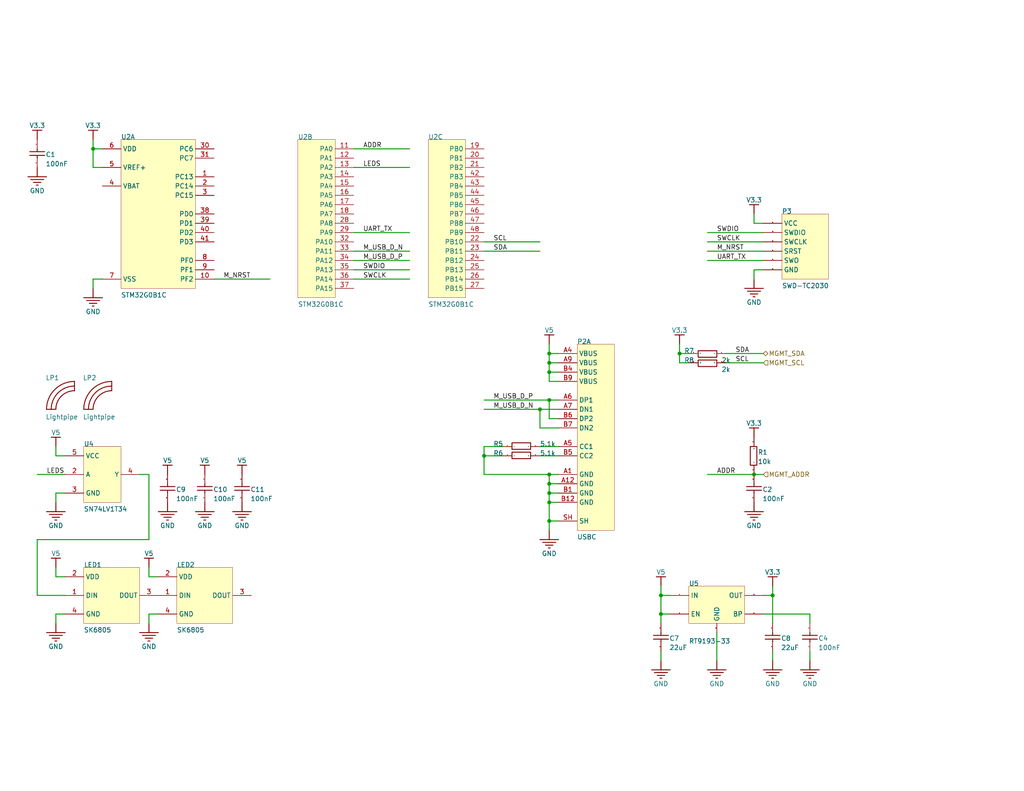
<source format=kicad_sch>
(kicad_sch (version 20231120) (generator "eeschema") (generator_version "7.99")
  (paper "A")
  (lib_symbols
    (symbol "top-altium-import:GND" (power)
      (property "Reference" "#PWR" (at 0 0 0))
      (property "Value" "GND" (at 0 6.35 0))
      (symbol "GND_0_0"
        (polyline (pts (xy -2.54 -2.54) (xy 2.54 -2.54)) (stroke (width 0.254)))
        (polyline (pts (xy -1.778 -3.302) (xy 1.778 -3.302)) (stroke (width 0.254)))
        (polyline (pts (xy -1.016 -4.064) (xy 1.016 -4.064)) (stroke (width 0.254)))
        (polyline (pts (xy -0.254 -4.826) (xy 0.254 -4.826)) (stroke (width 0.254)))
        (polyline (pts (xy 0 0) (xy 0 -2.54)) (stroke (width 0.254)))
        (pin power_in line (at 0 0 0) (length 0) hide (name "GND") (number ""))
      )
    )
    (symbol "top-altium-import:V3.3" (power)
      (property "Reference" "#PWR" (at 0 0 0))
      (property "Value" "V3.3" (at 0 3.81 0))
      (symbol "V3.3_0_0"
        (polyline (pts (xy -1.27 -2.54) (xy 1.27 -2.54)) (stroke (width 0.254)))
        (polyline (pts (xy 0 0) (xy 0 -2.54)) (stroke (width 0.254)))
        (pin power_in line (at 0 0 0) (length 0) hide (name "V3.3") (number ""))
      )
    )
    (symbol "top-altium-import:V5" (power)
      (property "Reference" "#PWR" (at 0 0 0))
      (property "Value" "V5" (at 0 3.81 0))
      (symbol "V5_0_0"
        (polyline (pts (xy -1.27 -2.54) (xy 1.27 -2.54)) (stroke (width 0.254)))
        (polyline (pts (xy 0 0) (xy 0 -2.54)) (stroke (width 0.254)))
        (pin power_in line (at 0 0 0) (length 0) hide (name "V5") (number ""))
      )
    )
    (symbol "top-altium-import:mgmt_0_Lightpipe"
      (symbol "mgmt_0_Lightpipe_1_0"
        (polyline (pts (xy -5.08 0) (xy -7.62 0)) (stroke (width 0.254)))
        (polyline (pts (xy 0 7.62) (xy 0 5.08)) (stroke (width 0.254)))
        (arc (start 0 5.08) (mid -3.5921 3.5921) (end -5.08 0) (stroke (width 0.254)))
        (arc (start 0 6.35) (mid -4.4901 4.4901) (end -6.35 0) (stroke (width 0.254)))
        (arc (start 0 7.62) (mid -5.3882 5.3882) (end -7.62 0) (stroke (width 0.254)))
      )
    )
    (symbol "top-altium-import:mgmt_0_Resistor"
      (symbol "mgmt_0_Resistor_1_0"
        (polyline (pts (xy -2.54 -0.762) (xy -2.54 1.016) (xy 2.54 1.016) (xy 2.54 -0.762) (xy -2.54 -0.762)) (stroke (width 0.254)))
        (pin passive line (at -5.08 0 0) (length 2.54) (name "1") (number "1"))
        (pin passive line (at 5.08 0 180) (length 2.54) (name "2") (number "2"))
      )
    )
    (symbol "top-altium-import:mgmt_0_SK6805"
      (symbol "mgmt_0_SK6805_1_0"
        (rectangle (start 7.62 7.62) (end -7.62 -7.62) (stroke (width 0.0254) (color 128 0 0 1)) (fill (type background)))
        (pin passive line (at -12.7 0 0) (length 5.08) (name "DIN") (number "1"))
        (pin passive line (at -12.7 5.08 0) (length 5.08) (name "VDD") (number "2"))
        (pin passive line (at 12.7 0 180) (length 5.08) (name "DOUT") (number "3"))
        (pin passive line (at -12.7 -5.08 0) (length 5.08) (name "GND") (number "4"))
      )
    )
    (symbol "top-altium-import:mgmt_0_SN74LV1T34"
      (symbol "mgmt_0_SN74LV1T34_1_0"
        (rectangle (start 5.08 7.62) (end -5.08 -7.62) (stroke (width 0.0254) (color 128 0 0 1)) (fill (type background)))
        (pin passive line (at -10.16 0 0) (length 5.08) (name "A") (number "2"))
        (pin passive line (at -10.16 -5.08 0) (length 5.08) (name "GND") (number "3"))
        (pin passive line (at 10.16 0 180) (length 5.08) (name "Y") (number "4"))
        (pin passive line (at -10.16 5.08 0) (length 5.08) (name "VCC") (number "5"))
      )
    )
    (symbol "top-altium-import:mgmt_0_STM32G0B1C"
      (symbol "mgmt_0_STM32G0B1C_1_0"
        (rectangle (start 10.16 20.32) (end -10.16 -20.32) (stroke (width 0.0254) (color 128 0 0 1)) (fill (type background)))
        (pin passive line (at 15.24 10.16 180) (length 5.08) (name "PC13") (number "1"))
        (pin passive line (at 15.24 -17.78 180) (length 5.08) (name "PF2") (number "10"))
        (pin passive line (at 15.24 7.62 180) (length 5.08) (name "PC14") (number "2"))
        (pin passive line (at 15.24 5.08 180) (length 5.08) (name "PC15") (number "3"))
        (pin passive line (at 15.24 17.78 180) (length 5.08) (name "PC6") (number "30"))
        (pin passive line (at 15.24 15.24 180) (length 5.08) (name "PC7") (number "31"))
        (pin passive line (at 15.24 0 180) (length 5.08) (name "PD0") (number "38"))
        (pin passive line (at 15.24 -2.54 180) (length 5.08) (name "PD1") (number "39"))
        (pin passive line (at -15.24 7.62 0) (length 5.08) (name "VBAT") (number "4"))
        (pin passive line (at 15.24 -5.08 180) (length 5.08) (name "PD2") (number "40"))
        (pin passive line (at 15.24 -7.62 180) (length 5.08) (name "PD3") (number "41"))
        (pin passive line (at -15.24 12.7 0) (length 5.08) (name "VREF+") (number "5"))
        (pin passive line (at -15.24 17.78 0) (length 5.08) (name "VDD") (number "6"))
        (pin passive line (at -15.24 -17.78 0) (length 5.08) (name "VSS") (number "7"))
        (pin passive line (at 15.24 -12.7 180) (length 5.08) (name "PF0") (number "8"))
        (pin passive line (at 15.24 -15.24 180) (length 5.08) (name "PF1") (number "9"))
      )
      (symbol "mgmt_0_STM32G0B1C_2_0"
        (rectangle (start 0 22.86) (end -10.16 -20.32) (stroke (width 0.0254) (color 128 0 0 1)) (fill (type background)))
        (pin passive line (at 5.08 20.32 180) (length 5.08) (name "PA0") (number "11"))
        (pin passive line (at 5.08 17.78 180) (length 5.08) (name "PA1") (number "12"))
        (pin passive line (at 5.08 15.24 180) (length 5.08) (name "PA2") (number "13"))
        (pin passive line (at 5.08 12.7 180) (length 5.08) (name "PA3") (number "14"))
        (pin passive line (at 5.08 10.16 180) (length 5.08) (name "PA4") (number "15"))
        (pin passive line (at 5.08 7.62 180) (length 5.08) (name "PA5") (number "16"))
        (pin passive line (at 5.08 5.08 180) (length 5.08) (name "PA6") (number "17"))
        (pin passive line (at 5.08 2.54 180) (length 5.08) (name "PA7") (number "18"))
        (pin passive line (at 5.08 0 180) (length 5.08) (name "PA8") (number "28"))
        (pin passive line (at 5.08 -2.54 180) (length 5.08) (name "PA9") (number "29"))
        (pin passive line (at 5.08 -5.08 180) (length 5.08) (name "PA10") (number "32"))
        (pin passive line (at 5.08 -7.62 180) (length 5.08) (name "PA11") (number "33"))
        (pin passive line (at 5.08 -10.16 180) (length 5.08) (name "PA12") (number "34"))
        (pin passive line (at 5.08 -12.7 180) (length 5.08) (name "PA13") (number "35"))
        (pin passive line (at 5.08 -15.24 180) (length 5.08) (name "PA14") (number "36"))
        (pin passive line (at 5.08 -17.78 180) (length 5.08) (name "PA15") (number "37"))
      )
      (symbol "mgmt_0_STM32G0B1C_3_0"
        (rectangle (start 0 22.86) (end -10.16 -20.32) (stroke (width 0.0254) (color 128 0 0 1)) (fill (type background)))
        (pin passive line (at 5.08 20.32 180) (length 5.08) (name "PB0") (number "19"))
        (pin passive line (at 5.08 17.78 180) (length 5.08) (name "PB1") (number "20"))
        (pin passive line (at 5.08 15.24 180) (length 5.08) (name "PB2") (number "21"))
        (pin passive line (at 5.08 -5.08 180) (length 5.08) (name "PB10") (number "22"))
        (pin passive line (at 5.08 -7.62 180) (length 5.08) (name "PB11") (number "23"))
        (pin passive line (at 5.08 -10.16 180) (length 5.08) (name "PB12") (number "24"))
        (pin passive line (at 5.08 -12.7 180) (length 5.08) (name "PB13") (number "25"))
        (pin passive line (at 5.08 -15.24 180) (length 5.08) (name "PB14") (number "26"))
        (pin passive line (at 5.08 -17.78 180) (length 5.08) (name "PB15") (number "27"))
        (pin passive line (at 5.08 12.7 180) (length 5.08) (name "PB3") (number "42"))
        (pin passive line (at 5.08 10.16 180) (length 5.08) (name "PB4") (number "43"))
        (pin passive line (at 5.08 7.62 180) (length 5.08) (name "PB5") (number "44"))
        (pin passive line (at 5.08 5.08 180) (length 5.08) (name "PB6") (number "45"))
        (pin passive line (at 5.08 2.54 180) (length 5.08) (name "PB7") (number "46"))
        (pin passive line (at 5.08 0 180) (length 5.08) (name "PB8") (number "47"))
        (pin passive line (at 5.08 -2.54 180) (length 5.08) (name "PB9") (number "48"))
      )
    )
    (symbol "top-altium-import:mgmt_0_SWD-TC2030"
      (symbol "mgmt_0_SWD-TC2030_1_0"
        (rectangle (start 7.62 7.62) (end -5.08 -10.16) (stroke (width 0.0254) (color 128 0 0 1)) (fill (type background)))
        (pin passive line (at -10.16 -7.62 0) (length 5.08) (name "GND") (number "GND"))
        (pin passive line (at -10.16 -2.54 0) (length 5.08) (name "SRST") (number "SRST"))
        (pin passive line (at -10.16 0 0) (length 5.08) (name "SWCLK") (number "SWCLK"))
        (pin passive line (at -10.16 2.54 0) (length 5.08) (name "SWDIO") (number "SWDIO"))
        (pin passive line (at -10.16 -5.08 0) (length 5.08) (name "SWO") (number "SWO"))
        (pin passive line (at -10.16 5.08 0) (length 5.08) (name "VCC") (number "VCC"))
      )
    )
    (symbol "top-altium-import:mgmt_0_USBC"
      (symbol "mgmt_0_USBC_1_0"
        (rectangle (start 10.16 25.4) (end 0 -25.4) (stroke (width 0.0254) (color 128 0 0 1)) (fill (type background)))
        (pin passive line (at -5.08 -10.16 0) (length 5.08) (name "GND") (number "A1"))
        (pin passive line (at -5.08 -12.7 0) (length 5.08) (name "GND") (number "A12"))
        (pin passive line (at -5.08 22.86 0) (length 5.08) (name "VBUS") (number "A4"))
        (pin passive line (at -5.08 -2.54 0) (length 5.08) (name "CC1") (number "A5"))
        (pin passive line (at -5.08 10.16 0) (length 5.08) (name "DP1") (number "A6"))
        (pin passive line (at -5.08 7.62 0) (length 5.08) (name "DN1") (number "A7"))
        (pin passive line (at -5.08 20.32 0) (length 5.08) (name "VBUS") (number "A9"))
        (pin passive line (at -5.08 -15.24 0) (length 5.08) (name "GND") (number "B1"))
        (pin passive line (at -5.08 -17.78 0) (length 5.08) (name "GND") (number "B12"))
        (pin passive line (at -5.08 17.78 0) (length 5.08) (name "VBUS") (number "B4"))
        (pin passive line (at -5.08 -5.08 0) (length 5.08) (name "CC2") (number "B5"))
        (pin passive line (at -5.08 5.08 0) (length 5.08) (name "DP2") (number "B6"))
        (pin passive line (at -5.08 2.54 0) (length 5.08) (name "DN2") (number "B7"))
        (pin passive line (at -5.08 15.24 0) (length 5.08) (name "VBUS") (number "B9"))
        (pin passive line (at -5.08 -22.86 0) (length 5.08) (name "SH") (number "SH"))
      )
      (symbol "mgmt_0_USBC_2_0"
        (rectangle (start 12.7 17.78) (end 0 -20.32) (stroke (width 0.0254) (color 128 0 0 1)) (fill (type background)))
        (pin passive line (at -5.08 -17.78 0) (length 5.08) (name "SSRXN2") (number "A10"))
        (pin passive line (at -5.08 -15.24 0) (length 5.08) (name "SSRXP2") (number "A11"))
        (pin passive line (at -5.08 7.62 0) (length 5.08) (name "SSTXP1") (number "A2"))
        (pin passive line (at -5.08 5.08 0) (length 5.08) (name "SSTXN1") (number "A3"))
        (pin passive line (at -5.08 15.24 0) (length 5.08) (name "SBU1") (number "A8"))
        (pin passive line (at -5.08 -2.54 0) (length 5.08) (name "SSRXN1") (number "B10"))
        (pin passive line (at -5.08 0 0) (length 5.08) (name "SSRXP1") (number "B11"))
        (pin passive line (at -5.08 -7.62 0) (length 5.08) (name "SSTXP2") (number "B2"))
        (pin passive line (at -5.08 -10.16 0) (length 5.08) (name "SSTXN2") (number "B3"))
        (pin passive line (at -5.08 12.7 0) (length 5.08) (name "SBU2") (number "B8"))
      )
    )
    (symbol "top-altium-import:mgmt_0_VREG_EN_BP"
      (symbol "mgmt_0_VREG_EN_BP_1_0"
        (rectangle (start 7.62 2.54) (end -7.62 -7.62) (stroke (width 0.0254) (color 128 0 0 1)) (fill (type background)))
        (pin passive line (at 12.7 -5.08 180) (length 5.08) (name "BP") (number "BP"))
        (pin passive line (at -12.7 -5.08 0) (length 5.08) (name "EN") (number "EN"))
        (pin passive line (at 0 -10.16 90) (length 2.54) (name "GND") (number "GND"))
        (pin passive line (at -12.7 0 0) (length 5.08) (name "IN") (number "IN"))
        (pin passive line (at 12.7 0 180) (length 5.08) (name "OUT") (number "OUT"))
      )
    )
    (symbol "top-altium-import:mgmt_1_Capacitor"
      (symbol "mgmt_1_Capacitor_1_0"
        (polyline (pts (xy -2.032 0.762) (xy 2.032 0.762)) (stroke (width 0.254)))
        (polyline (pts (xy 0 0) (xy 0 0.762)) (stroke (width 0.254)))
        (polyline (pts (xy 0 1.778) (xy 0 2.54)) (stroke (width 0.254)))
        (polyline (pts (xy 2.032 1.778) (xy -2.032 1.778)) (stroke (width 0.254)))
        (pin passive line (at 0 -2.54 90) (length 2.54) (name "1") (number "1"))
        (pin passive line (at 0 5.08 270) (length 2.54) (name "2") (number "2"))
      )
    )
    (symbol "top-altium-import:mgmt_1_Resistor"
      (symbol "mgmt_1_Resistor_1_0"
        (polyline (pts (xy 0.762 -2.54) (xy -1.016 -2.54) (xy -1.016 2.54) (xy 0.762 2.54) (xy 0.762 -2.54)) (stroke (width 0.254)))
        (pin passive line (at 0 -5.08 90) (length 2.54) (name "1") (number "1"))
        (pin passive line (at 0 5.08 270) (length 2.54) (name "2") (number "2"))
      )
    )
    (symbol "top-altium-import:mgmt_2_Resistor"
      (symbol "mgmt_2_Resistor_1_0"
        (polyline (pts (xy 2.54 0.762) (xy 2.54 -1.016) (xy -2.54 -1.016) (xy -2.54 0.762) (xy 2.54 0.762)) (stroke (width 0.254)))
        (pin passive line (at 5.08 0 180) (length 2.54) (name "1") (number "1"))
        (pin passive line (at -5.08 0 0) (length 2.54) (name "2") (number "2"))
      )
    )
  )
  (junction (at 25.4 40.64))
  (junction (at 149.86 109.22))
  (junction (at 149.86 101.6))
  (junction (at 149.86 137.16))
  (junction (at 180.34 162.56))
  (junction (at 149.86 99.06))
  (junction (at 149.86 129.54))
  (junction (at 149.86 134.62))
  (junction (at 185.42 96.52))
  (junction (at 147.32 111.76))
  (junction (at 210.82 162.56))
  (junction (at 132.08 124.46))
  (junction (at 149.86 132.08))
  (junction (at 149.86 96.52))
  (junction (at 205.74 129.54))
  (junction (at 149.86 142.24))
  (junction (at 180.34 167.64))
  (wire (pts (xy 149.86 129.54) (xy 152.4 129.54)) (stroke (width 0.254)))
  (wire (pts (xy 10.16 147.32) (xy 10.16 162.56)) (stroke (width 0.254)))
  (wire (pts (xy 25.4 76.2) (xy 27.94 76.2)) (stroke (width 0.254)))
  (wire (pts (xy 205.74 58.42) (xy 205.74 60.96)) (stroke (width 0.254)))
  (wire (pts (xy 96.52 68.58) (xy 111.76 68.58)) (stroke (width 0.254)))
  (wire (pts (xy 96.52 71.12) (xy 111.76 71.12)) (stroke (width 0.254)))
  (wire (pts (xy 149.86 114.3) (xy 149.86 109.22)) (stroke (width 0.254)))
  (wire (pts (xy 147.32 121.92) (xy 152.4 121.92)) (stroke (width 0.254)))
  (wire (pts (xy 132.08 124.46) (xy 132.08 129.54)) (stroke (width 0.254)))
  (wire (pts (xy 132.08 111.76) (xy 147.32 111.76)) (stroke (width 0.254)))
  (wire (pts (xy 152.4 114.3) (xy 149.86 114.3)) (stroke (width 0.254)))
  (wire (pts (xy 15.24 157.48) (xy 17.78 157.48)) (stroke (width 0.254)))
  (wire (pts (xy 96.52 63.5) (xy 111.76 63.5)) (stroke (width 0.254)))
  (wire (pts (xy 17.78 134.62) (xy 15.24 134.62)) (stroke (width 0.254)))
  (wire (pts (xy 180.34 162.56) (xy 180.34 167.64)) (stroke (width 0.254)))
  (wire (pts (xy 210.82 162.56) (xy 210.82 160.02)) (stroke (width 0.254)))
  (wire (pts (xy 152.4 116.84) (xy 147.32 116.84)) (stroke (width 0.254)))
  (wire (pts (xy 15.24 134.62) (xy 15.24 137.16)) (stroke (width 0.254)))
  (wire (pts (xy 132.08 109.22) (xy 149.86 109.22)) (stroke (width 0.254)))
  (wire (pts (xy 40.64 167.64) (xy 40.64 170.18)) (stroke (width 0.254)))
  (wire (pts (xy 180.34 167.64) (xy 182.88 167.64)) (stroke (width 0.254)))
  (wire (pts (xy 185.42 99.06) (xy 185.42 96.52)) (stroke (width 0.254)))
  (wire (pts (xy 149.86 132.08) (xy 149.86 129.54)) (stroke (width 0.254)))
  (wire (pts (xy 149.86 137.16) (xy 149.86 134.62)) (stroke (width 0.254)))
  (wire (pts (xy 137.16 121.92) (xy 132.08 121.92)) (stroke (width 0.254)))
  (wire (pts (xy 40.64 147.32) (xy 10.16 147.32)) (stroke (width 0.254)))
  (wire (pts (xy 149.86 99.06) (xy 152.4 99.06)) (stroke (width 0.254)))
  (wire (pts (xy 220.98 177.8) (xy 220.98 180.34)) (stroke (width 0.254)))
  (wire (pts (xy 208.28 129.54) (xy 205.74 129.54)) (stroke (width 0.254)))
  (wire (pts (xy 152.4 124.46) (xy 147.32 124.46)) (stroke (width 0.254)))
  (wire (pts (xy 147.32 111.76) (xy 152.4 111.76)) (stroke (width 0.254)))
  (wire (pts (xy 208.28 96.52) (xy 198.12 96.52)) (stroke (width 0.254)))
  (wire (pts (xy 25.4 78.74) (xy 25.4 76.2)) (stroke (width 0.254)))
  (wire (pts (xy 149.86 104.14) (xy 152.4 104.14)) (stroke (width 0.254)))
  (wire (pts (xy 96.52 73.66) (xy 111.76 73.66)) (stroke (width 0.254)))
  (wire (pts (xy 208.28 73.66) (xy 205.74 73.66)) (stroke (width 0.254)))
  (wire (pts (xy 187.96 96.52) (xy 185.42 96.52)) (stroke (width 0.254)))
  (wire (pts (xy 147.32 68.58) (xy 132.08 68.58)) (stroke (width 0.254)))
  (wire (pts (xy 149.86 134.62) (xy 152.4 134.62)) (stroke (width 0.254)))
  (wire (pts (xy 38.1 129.54) (xy 40.64 129.54)) (stroke (width 0.254)))
  (wire (pts (xy 180.34 160.02) (xy 180.34 162.56)) (stroke (width 0.254)))
  (wire (pts (xy 205.74 129.54) (xy 193.04 129.54)) (stroke (width 0.254)))
  (wire (pts (xy 149.86 99.06) (xy 149.86 101.6)) (stroke (width 0.254)))
  (wire (pts (xy 149.86 109.22) (xy 152.4 109.22)) (stroke (width 0.254)))
  (wire (pts (xy 210.82 180.34) (xy 210.82 177.8)) (stroke (width 0.254)))
  (wire (pts (xy 17.78 129.54) (xy 10.16 129.54)) (stroke (width 0.254)))
  (wire (pts (xy 40.64 157.48) (xy 43.18 157.48)) (stroke (width 0.254)))
  (wire (pts (xy 193.04 68.58) (xy 208.28 68.58)) (stroke (width 0.254)))
  (wire (pts (xy 25.4 45.72) (xy 25.4 40.64)) (stroke (width 0.254)))
  (wire (pts (xy 205.74 60.96) (xy 208.28 60.96)) (stroke (width 0.254)))
  (wire (pts (xy 220.98 167.64) (xy 208.28 167.64)) (stroke (width 0.254)))
  (wire (pts (xy 210.82 162.56) (xy 208.28 162.56)) (stroke (width 0.254)))
  (wire (pts (xy 27.94 45.72) (xy 25.4 45.72)) (stroke (width 0.254)))
  (wire (pts (xy 147.32 66.04) (xy 132.08 66.04)) (stroke (width 0.254)))
  (wire (pts (xy 149.86 142.24) (xy 149.86 137.16)) (stroke (width 0.254)))
  (wire (pts (xy 149.86 101.6) (xy 149.86 104.14)) (stroke (width 0.254)))
  (wire (pts (xy 205.74 73.66) (xy 205.74 76.2)) (stroke (width 0.254)))
  (wire (pts (xy 25.4 40.64) (xy 27.94 40.64)) (stroke (width 0.254)))
  (wire (pts (xy 149.86 96.52) (xy 149.86 99.06)) (stroke (width 0.254)))
  (wire (pts (xy 208.28 66.04) (xy 193.04 66.04)) (stroke (width 0.254)))
  (wire (pts (xy 220.98 170.18) (xy 220.98 167.64)) (stroke (width 0.254)))
  (wire (pts (xy 40.64 154.94) (xy 40.64 157.48)) (stroke (width 0.254)))
  (wire (pts (xy 17.78 167.64) (xy 15.24 167.64)) (stroke (width 0.254)))
  (wire (pts (xy 193.04 71.12) (xy 208.28 71.12)) (stroke (width 0.254)))
  (wire (pts (xy 193.04 63.5) (xy 208.28 63.5)) (stroke (width 0.254)))
  (wire (pts (xy 137.16 124.46) (xy 132.08 124.46)) (stroke (width 0.254)))
  (wire (pts (xy 185.42 96.52) (xy 185.42 93.98)) (stroke (width 0.254)))
  (wire (pts (xy 182.88 162.56) (xy 180.34 162.56)) (stroke (width 0.254)))
  (wire (pts (xy 187.96 99.06) (xy 185.42 99.06)) (stroke (width 0.254)))
  (wire (pts (xy 152.4 137.16) (xy 149.86 137.16)) (stroke (width 0.254)))
  (wire (pts (xy 152.4 96.52) (xy 149.86 96.52)) (stroke (width 0.254)))
  (wire (pts (xy 15.24 167.64) (xy 15.24 170.18)) (stroke (width 0.254)))
  (wire (pts (xy 15.24 124.46) (xy 17.78 124.46)) (stroke (width 0.254)))
  (wire (pts (xy 149.86 93.98) (xy 149.86 96.52)) (stroke (width 0.254)))
  (wire (pts (xy 152.4 101.6) (xy 149.86 101.6)) (stroke (width 0.254)))
  (wire (pts (xy 25.4 38.1) (xy 25.4 40.64)) (stroke (width 0.254)))
  (wire (pts (xy 198.12 99.06) (xy 208.28 99.06)) (stroke (width 0.254)))
  (wire (pts (xy 15.24 121.92) (xy 15.24 124.46)) (stroke (width 0.254)))
  (wire (pts (xy 58.42 76.2) (xy 73.66 76.2)) (stroke (width 0.254)))
  (wire (pts (xy 210.82 170.18) (xy 210.82 162.56)) (stroke (width 0.254)))
  (wire (pts (xy 132.08 121.92) (xy 132.08 124.46)) (stroke (width 0.254)))
  (wire (pts (xy 152.4 132.08) (xy 149.86 132.08)) (stroke (width 0.254)))
  (wire (pts (xy 149.86 134.62) (xy 149.86 132.08)) (stroke (width 0.254)))
  (wire (pts (xy 111.76 40.64) (xy 96.52 40.64)) (stroke (width 0.254)))
  (wire (pts (xy 10.16 162.56) (xy 17.78 162.56)) (stroke (width 0.254)))
  (wire (pts (xy 111.76 45.72) (xy 96.52 45.72)) (stroke (width 0.254)))
  (wire (pts (xy 43.18 167.64) (xy 40.64 167.64)) (stroke (width 0.254)))
  (wire (pts (xy 132.08 129.54) (xy 149.86 129.54)) (stroke (width 0.254)))
  (wire (pts (xy 180.34 180.34) (xy 180.34 177.8)) (stroke (width 0.254)))
  (wire (pts (xy 15.24 154.94) (xy 15.24 157.48)) (stroke (width 0.254)))
  (wire (pts (xy 147.32 116.84) (xy 147.32 111.76)) (stroke (width 0.254)))
  (wire (pts (xy 195.58 172.72) (xy 195.58 180.34)) (stroke (width 0.254)))
  (wire (pts (xy 40.64 129.54) (xy 40.64 147.32)) (stroke (width 0.254)))
  (wire (pts (xy 111.76 76.2) (xy 96.52 76.2)) (stroke (width 0.254)))
  (wire (pts (xy 180.34 170.18) (xy 180.34 167.64)) (stroke (width 0.254)))
  (wire (pts (xy 149.86 144.78) (xy 149.86 142.24)) (stroke (width 0.254)))
  (wire (pts (xy 149.86 142.24) (xy 152.4 142.24)) (stroke (width 0.254)))
  (label "SCL" (at 134.62 66.04 0))
  (label "LEDS" (at 12.7 129.54 0))
  (label "M_USB_D_P" (at 134.62 109.22 0))
  (label "M_NRST" (at 195.58 68.58 0))
  (label "M_USB_D_N" (at 99.06 68.58 0))
  (label "UART_TX" (at 99.06 63.5 0))
  (label "ADDR" (at 99.06 40.64 0))
  (label "SWCLK" (at 99.06 76.2 0))
  (label "SWDIO" (at 99.06 73.66 0))
  (label "SDA" (at 200.66 96.52 0))
  (label "SDA" (at 134.62 68.58 0))
  (label "ADDR" (at 195.58 129.54 0))
  (label "SCL" (at 200.66 99.06 0))
  (label "M_USB_D_P" (at 99.06 71.12 0))
  (label "LEDS" (at 99.06 45.72 0))
  (label "UART_TX" (at 195.58 71.12 0))
  (label "SWDIO" (at 195.58 63.5 0))
  (label "M_USB_D_N" (at 134.62 111.76 0))
  (label "M_NRST" (at 60.96 76.2 0))
  (label "SWCLK" (at 195.58 66.04 0))
  (hierarchical_label "MGMT_SDA" (shape bidirectional) (at 208.28 96.52 0))
  (hierarchical_label "MGMT_SCL" (shape input) (at 208.28 99.06 0))
  (hierarchical_label "MGMT_ADDR" (shape input) (at 208.28 129.54 0))
  (symbol (lib_id "top-altium-import:V5") (at 40.64 154.94 180) (unit 1)
    (property "Reference" "#PWR?" (effects (hide yes)))
    (property "Value" "V5" (at 40.64 151.13 0))
  )
  (symbol (lib_id "top-altium-import:mgmt_0_SK6805") (at 55.88 162.56 0) (unit 1)
    (property "Reference" "LED2" (at 48.26 154.94 0) (effects (justify left bottom)))
    (property "Value" "SK6805" (at 48.26 172.72 0) (effects (justify left bottom)))
    (property "Footprint" "EC15" (effects (hide yes)))
  )
  (symbol (lib_id "top-altium-import:V5") (at 15.24 154.94 180) (unit 1)
    (property "Reference" "#PWR?" (effects (hide yes)))
    (property "Value" "V5" (at 15.24 151.13 0))
  )
  (symbol (lib_id "top-altium-import:GND") (at 40.64 170.18 0) (unit 1)
    (property "Reference" "#PWR?" (effects (hide yes)))
    (property "Value" "GND" (at 40.64 176.53 0))
  )
  (symbol (lib_id "top-altium-import:mgmt_2_Resistor") (at 193.04 99.06 0) (unit 1)
    (property "Reference" "R8" (at 186.69 99.06 0) (effects (justify left bottom)))
    (property "Value" "${ALTIUM_VALUE}" (at 196.85 101.6 0) (effects (justify left bottom)))
    (property "Footprint" "0402" (effects (hide yes)))
    (property "ALTIUM_VALUE" "2k" (effects (hide yes)))
  )
  (symbol (lib_id "top-altium-import:mgmt_0_STM32G0B1C") (at 91.44 60.96 0) (unit 2)
    (property "Reference" "U2" (at 81.28 38.1 0) (effects (justify left bottom)))
    (property "Value" "STM32G0B1C" (at 81.28 83.82 0) (effects (justify left bottom)))
    (property "Footprint" "QFP48" (effects (hide yes)))
  )
  (symbol (lib_id "top-altium-import:mgmt_0_Lightpipe") (at 20.32 111.76 0) (unit 1)
    (property "Reference" "LP1" (at 12.446 103.886 0) (effects (justify left bottom)))
    (property "Value" "Lightpipe" (at 12.446 114.554 0) (effects (justify left bottom)))
    (property "Footprint" "SLP3-150-100-F" (effects (hide yes)))
  )
  (symbol (lib_id "top-altium-import:V3.3") (at 10.16 38.1 180) (unit 1)
    (property "Reference" "#PWR?" (effects (hide yes)))
    (property "Value" "V3.3" (at 10.16 34.29 0))
  )
  (symbol (lib_id "top-altium-import:mgmt_0_STM32G0B1C") (at 127 60.96 0) (unit 3)
    (property "Reference" "U2" (at 116.84 38.1 0) (effects (justify left bottom)))
    (property "Value" "STM32G0B1C" (at 116.84 83.82 0) (effects (justify left bottom)))
    (property "Footprint" "QFP48" (effects (hide yes)))
  )
  (symbol (lib_id "top-altium-import:mgmt_1_Capacitor") (at 66.04 134.62 0) (unit 1)
    (property "Reference" "C11" (at 68.326 134.366 0) (effects (justify left bottom)))
    (property "Value" "${ALTIUM_VALUE}" (at 68.326 136.906 0) (effects (justify left bottom)))
    (property "Footprint" "0402" (effects (hide yes)))
    (property "ALTIUM_VALUE" "100nF" (effects (hide yes)))
  )
  (symbol (lib_id "top-altium-import:V5") (at 180.34 160.02 180) (unit 1)
    (property "Reference" "#PWR?" (effects (hide yes)))
    (property "Value" "V5" (at 180.34 156.21 0))
  )
  (symbol (lib_id "top-altium-import:GND") (at 149.86 144.78 0) (unit 1)
    (property "Reference" "#PWR?" (effects (hide yes)))
    (property "Value" "GND" (at 149.86 151.13 0))
  )
  (symbol (lib_id "top-altium-import:mgmt_0_SN74LV1T34") (at 27.94 129.54 0) (unit 1)
    (property "Reference" "U4" (at 22.86 121.92 0) (effects (justify left bottom)))
    (property "Value" "SN74LV1T34" (at 22.86 139.7 0) (effects (justify left bottom)))
    (property "Footprint" "SOT23-5" (effects (hide yes)))
  )
  (symbol (lib_id "top-altium-import:V3.3") (at 185.42 93.98 180) (unit 1)
    (property "Reference" "#PWR?" (effects (hide yes)))
    (property "Value" "V3.3" (at 185.42 90.17 0))
  )
  (symbol (lib_id "top-altium-import:mgmt_1_Capacitor") (at 210.82 175.26 0) (unit 1)
    (property "Reference" "C8" (at 213.106 175.006 0) (effects (justify left bottom)))
    (property "Value" "${ALTIUM_VALUE}" (at 213.106 177.546 0) (effects (justify left bottom)))
    (property "Footprint" "0805" (effects (hide yes)))
    (property "ALTIUM_VALUE" "22uF" (effects (hide yes)))
  )
  (symbol (lib_id "top-altium-import:GND") (at 10.16 45.72 0) (unit 1)
    (property "Reference" "#PWR?" (effects (hide yes)))
    (property "Value" "GND" (at 10.16 52.07 0))
  )
  (symbol (lib_id "top-altium-import:GND") (at 205.74 137.16 0) (unit 1)
    (property "Reference" "#PWR?" (effects (hide yes)))
    (property "Value" "GND" (at 205.74 143.51 0))
  )
  (symbol (lib_id "top-altium-import:mgmt_0_SWD-TC2030") (at 218.44 66.04 0) (unit 1)
    (property "Reference" "P3" (at 213.36 58.42 0) (effects (justify left bottom)))
    (property "Value" "SWD-TC2030" (at 213.36 78.74 0) (effects (justify left bottom)))
    (property "Footprint" "TC2030-NL" (effects (hide yes)))
  )
  (symbol (lib_id "top-altium-import:mgmt_1_Resistor") (at 205.74 124.46 0) (unit 1)
    (property "Reference" "R1" (at 206.756 124.206 0) (effects (justify left bottom)))
    (property "Value" "${ALTIUM_VALUE}" (at 206.756 126.746 0) (effects (justify left bottom)))
    (property "Footprint" "0402" (effects (hide yes)))
    (property "ALTIUM_VALUE" "10k" (effects (hide yes)))
  )
  (symbol (lib_id "top-altium-import:mgmt_1_Capacitor") (at 45.72 134.62 0) (unit 1)
    (property "Reference" "C9" (at 48.006 134.366 0) (effects (justify left bottom)))
    (property "Value" "${ALTIUM_VALUE}" (at 48.006 136.906 0) (effects (justify left bottom)))
    (property "Footprint" "0402" (effects (hide yes)))
    (property "ALTIUM_VALUE" "100nF" (effects (hide yes)))
  )
  (symbol (lib_id "top-altium-import:V3.3") (at 205.74 58.42 180) (unit 1)
    (property "Reference" "#PWR?" (effects (hide yes)))
    (property "Value" "V3.3" (at 205.74 54.61 0))
  )
  (symbol (lib_id "top-altium-import:GND") (at 55.88 137.16 0) (unit 1)
    (property "Reference" "#PWR?" (effects (hide yes)))
    (property "Value" "GND" (at 55.88 143.51 0))
  )
  (symbol (lib_id "top-altium-import:mgmt_0_Resistor") (at 142.24 121.92 0) (unit 1)
    (property "Reference" "R5" (at 134.62 121.92 0) (effects (justify left bottom)))
    (property "Value" "${ALTIUM_VALUE}" (at 147.32 121.92 0) (effects (justify left bottom)))
    (property "Footprint" "0402" (effects (hide yes)))
    (property "ALTIUM_VALUE" "5.1k" (effects (hide yes)))
  )
  (symbol (lib_id "top-altium-import:mgmt_1_Capacitor") (at 55.88 134.62 0) (unit 1)
    (property "Reference" "C10" (at 58.166 134.366 0) (effects (justify left bottom)))
    (property "Value" "${ALTIUM_VALUE}" (at 58.166 136.906 0) (effects (justify left bottom)))
    (property "Footprint" "0402" (effects (hide yes)))
    (property "ALTIUM_VALUE" "100nF" (effects (hide yes)))
  )
  (symbol (lib_id "top-altium-import:mgmt_1_Capacitor") (at 205.74 134.62 0) (unit 1)
    (property "Reference" "C2" (at 208.026 134.366 0) (effects (justify left bottom)))
    (property "Value" "${ALTIUM_VALUE}" (at 208.026 136.906 0) (effects (justify left bottom)))
    (property "Footprint" "0402" (effects (hide yes)))
    (property "ALTIUM_VALUE" "100nF" (effects (hide yes)))
  )
  (symbol (lib_id "top-altium-import:mgmt_0_VREG_EN_BP") (at 195.58 162.56 0) (unit 1)
    (property "Reference" "U5" (at 187.96 160.02 0) (effects (justify left bottom)))
    (property "Value" "RT9193-33" (at 187.96 175.768 0) (effects (justify left bottom)))
    (property "Footprint" "SOT23-5" (effects (hide yes)))
  )
  (symbol (lib_id "top-altium-import:GND") (at 180.34 180.34 0) (unit 1)
    (property "Reference" "#PWR?" (effects (hide yes)))
    (property "Value" "GND" (at 180.34 186.69 0))
  )
  (symbol (lib_id "top-altium-import:V5") (at 66.04 129.54 180) (unit 1)
    (property "Reference" "#PWR?" (effects (hide yes)))
    (property "Value" "V5" (at 66.04 125.73 0))
  )
  (symbol (lib_id "top-altium-import:mgmt_1_Capacitor") (at 220.98 175.26 0) (unit 1)
    (property "Reference" "C4" (at 223.266 175.006 0) (effects (justify left bottom)))
    (property "Value" "${ALTIUM_VALUE}" (at 223.266 177.546 0) (effects (justify left bottom)))
    (property "Footprint" "0402" (effects (hide yes)))
    (property "ALTIUM_VALUE" "100nF" (effects (hide yes)))
  )
  (symbol (lib_id "top-altium-import:V5") (at 45.72 129.54 180) (unit 1)
    (property "Reference" "#PWR?" (effects (hide yes)))
    (property "Value" "V5" (at 45.72 125.73 0))
  )
  (symbol (lib_id "top-altium-import:mgmt_0_USBC") (at 157.48 119.38 0) (unit 1)
    (property "Reference" "P2" (at 157.48 93.98 0) (effects (justify left bottom)))
    (property "Value" "USBC" (at 157.48 147.32 0) (effects (justify left bottom)))
    (property "Footprint" "U262-161N-4BVC11" (effects (hide yes)))
  )
  (symbol (lib_id "top-altium-import:mgmt_0_Resistor") (at 142.24 124.46 0) (unit 1)
    (property "Reference" "R6" (at 134.62 124.46 0) (effects (justify left bottom)))
    (property "Value" "${ALTIUM_VALUE}" (at 147.32 124.46 0) (effects (justify left bottom)))
    (property "Footprint" "0402" (effects (hide yes)))
    (property "ALTIUM_VALUE" "5.1k" (effects (hide yes)))
  )
  (symbol (lib_id "top-altium-import:V5") (at 149.86 93.98 180) (unit 1)
    (property "Reference" "#PWR?" (effects (hide yes)))
    (property "Value" "V5" (at 149.86 90.17 0))
  )
  (symbol (lib_id "top-altium-import:GND") (at 195.58 180.34 0) (unit 1)
    (property "Reference" "#PWR?" (effects (hide yes)))
    (property "Value" "GND" (at 195.58 186.69 0))
  )
  (symbol (lib_id "top-altium-import:mgmt_2_Resistor") (at 193.04 96.52 0) (unit 1)
    (property "Reference" "R7" (at 186.69 96.52 0) (effects (justify left bottom)))
    (property "Value" "${ALTIUM_VALUE}" (at 196.85 99.06 0) (effects (justify left bottom)))
    (property "Footprint" "0402" (effects (hide yes)))
    (property "ALTIUM_VALUE" "2k" (effects (hide yes)))
  )
  (symbol (lib_id "top-altium-import:GND") (at 220.98 180.34 0) (unit 1)
    (property "Reference" "#PWR?" (effects (hide yes)))
    (property "Value" "GND" (at 220.98 186.69 0))
  )
  (symbol (lib_id "top-altium-import:V5") (at 55.88 129.54 180) (unit 1)
    (property "Reference" "#PWR?" (effects (hide yes)))
    (property "Value" "V5" (at 55.88 125.73 0))
  )
  (symbol (lib_id "top-altium-import:mgmt_0_STM32G0B1C") (at 43.18 58.42 0) (unit 1)
    (property "Reference" "U2" (at 33.02 38.1 0) (effects (justify left bottom)))
    (property "Value" "STM32G0B1C" (at 33.02 81.28 0) (effects (justify left bottom)))
    (property "Footprint" "QFP48" (effects (hide yes)))
  )
  (symbol (lib_id "top-altium-import:GND") (at 210.82 180.34 0) (unit 1)
    (property "Reference" "#PWR?" (effects (hide yes)))
    (property "Value" "GND" (at 210.82 186.69 0))
  )
  (symbol (lib_id "top-altium-import:V3.3") (at 210.82 160.02 180) (unit 1)
    (property "Reference" "#PWR?" (effects (hide yes)))
    (property "Value" "V3.3" (at 210.82 156.21 0))
  )
  (symbol (lib_id "top-altium-import:V5") (at 15.24 121.92 180) (unit 1)
    (property "Reference" "#PWR?" (effects (hide yes)))
    (property "Value" "V5" (at 15.24 118.11 0))
  )
  (symbol (lib_id "top-altium-import:mgmt_1_Capacitor") (at 10.16 43.18 0) (unit 1)
    (property "Reference" "C1" (at 12.446 42.926 0) (effects (justify left bottom)))
    (property "Value" "${ALTIUM_VALUE}" (at 12.446 45.466 0) (effects (justify left bottom)))
    (property "Footprint" "0402" (effects (hide yes)))
    (property "ALTIUM_VALUE" "100nF" (effects (hide yes)))
  )
  (symbol (lib_id "top-altium-import:mgmt_0_SK6805") (at 30.48 162.56 0) (unit 1)
    (property "Reference" "LED1" (at 22.86 154.94 0) (effects (justify left bottom)))
    (property "Value" "SK6805" (at 22.86 172.72 0) (effects (justify left bottom)))
    (property "Footprint" "EC15" (effects (hide yes)))
  )
  (symbol (lib_id "top-altium-import:mgmt_1_Capacitor") (at 180.34 175.26 0) (unit 1)
    (property "Reference" "C7" (at 182.626 175.006 0) (effects (justify left bottom)))
    (property "Value" "${ALTIUM_VALUE}" (at 182.626 177.546 0) (effects (justify left bottom)))
    (property "Footprint" "0805" (effects (hide yes)))
    (property "ALTIUM_VALUE" "22uF" (effects (hide yes)))
  )
  (symbol (lib_id "top-altium-import:GND") (at 66.04 137.16 0) (unit 1)
    (property "Reference" "#PWR?" (effects (hide yes)))
    (property "Value" "GND" (at 66.04 143.51 0))
  )
  (symbol (lib_id "top-altium-import:GND") (at 205.74 76.2 0) (unit 1)
    (property "Reference" "#PWR?" (effects (hide yes)))
    (property "Value" "GND" (at 205.74 82.55 0))
  )
  (symbol (lib_id "top-altium-import:V3.3") (at 205.74 119.38 180) (unit 1)
    (property "Reference" "#PWR?" (effects (hide yes)))
    (property "Value" "V3.3" (at 205.74 115.57 0))
  )
  (symbol (lib_id "top-altium-import:GND") (at 15.24 170.18 0) (unit 1)
    (property "Reference" "#PWR?" (effects (hide yes)))
    (property "Value" "GND" (at 15.24 176.53 0))
  )
  (symbol (lib_id "top-altium-import:mgmt_0_Lightpipe") (at 30.48 111.76 0) (unit 1)
    (property "Reference" "LP2" (at 22.606 103.886 0) (effects (justify left bottom)))
    (property "Value" "Lightpipe" (at 22.606 114.554 0) (effects (justify left bottom)))
    (property "Footprint" "SLP3-150-100-F" (effects (hide yes)))
  )
  (symbol (lib_id "top-altium-import:GND") (at 25.4 78.74 0) (unit 1)
    (property "Reference" "#PWR?" (effects (hide yes)))
    (property "Value" "GND" (at 25.4 85.09 0))
  )
  (symbol (lib_id "top-altium-import:V3.3") (at 25.4 38.1 180) (unit 1)
    (property "Reference" "#PWR?" (effects (hide yes)))
    (property "Value" "V3.3" (at 25.4 34.29 0))
  )
  (symbol (lib_id "top-altium-import:GND") (at 45.72 137.16 0) (unit 1)
    (property "Reference" "#PWR?" (effects (hide yes)))
    (property "Value" "GND" (at 45.72 143.51 0))
  )
  (symbol (lib_id "top-altium-import:GND") (at 15.24 137.16 0) (unit 1)
    (property "Reference" "#PWR?" (effects (hide yes)))
    (property "Value" "GND" (at 15.24 143.51 0))
  )
)
</source>
